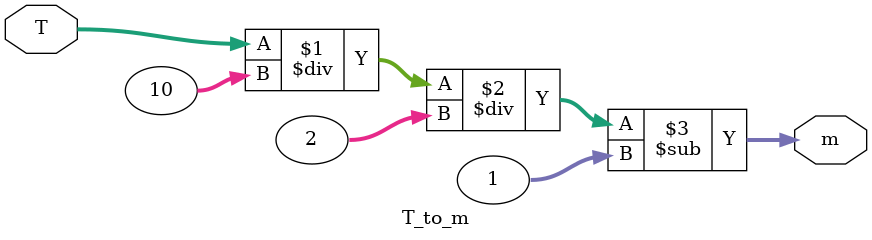
<source format=v>
`timescale 1ns / 1ps


`timescale 1ns / 1ps
//////////////////////////////////////////////////////////////////////////////////
// Company: 
// Engineer: 
// 
// Create Date: 10/13/2023 04:28:24 PM
// Design Name: 
// Module Name: freq_to_m
// Project Name: 
// Target Devices: 
// Tool Versions: 
// Description: 
// 
// Dependencies: 
// 
// Revision:
// Revision 0.01 - File Created
// Additional Comments:
// 
//////////////////////////////////////////////////////////////////////////////////
// m = 0.5 * new_period / 10ns - 1
//freq is from 1 to 2 billion.
module T_to_m(input [31:0] T, output [31:0] m);
assign m = T / 10 / 2 - 1;
endmodule 

</source>
